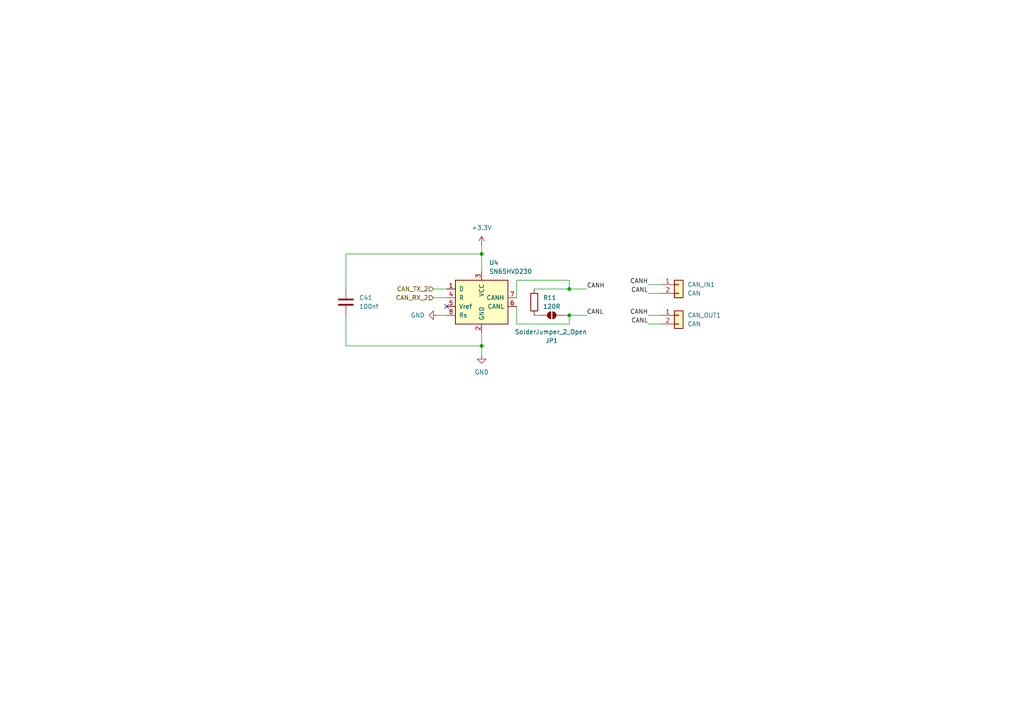
<source format=kicad_sch>
(kicad_sch (version 20250114) (generator "eeschema") (generator_version "9.0")
  (paper "A4")
  (lib_symbols
    (symbol "Connector_Generic:Conn_01x02" (pin_names (offset 1.016) (hide yes))
      (property "Reference" "J" (at 0 2.54 0))
      (property "Value" "Conn_01x02" (at 0 -5.08 0))
      (symbol "Conn_01x02_1_1"
        (rectangle (start -1.27 1.27) (end 1.27 -3.81) (stroke (width 0.254)) (fill (type background)))
        (rectangle (start -1.27 0.127) (end 0 -0.127) (stroke (width 0.1524)))
        (rectangle (start -1.27 -2.413) (end 0 -2.667) (stroke (width 0.1524)))
        (pin passive line (at -5.08 0 0) (length 3.81) (name "Pin_1") (number "1"))
        (pin passive line (at -5.08 -2.54 0) (length 3.81) (name "Pin_2") (number "2"))
      )
    )
    (symbol "Device:C" (pin_numbers (hide yes)) (pin_names (offset 0.254))
      (property "Reference" "C" (at 0.635 2.54 0))
      (property "Value" "C" (at 0.635 -2.54 0))
      (symbol "C_0_1"
        (polyline (pts (xy -2.032 0.762) (xy 2.032 0.762)) (stroke (width 0.508)))
        (polyline (pts (xy -2.032 -0.762) (xy 2.032 -0.762)) (stroke (width 0.508)))
      )
      (symbol "C_1_1"
        (pin passive line (at 0 3.81 270) (length 2.794) (name "~") (number "1"))
        (pin passive line (at 0 -3.81 90) (length 2.794) (name "~") (number "2"))
      )
    )
    (symbol "Device:R" (pin_numbers (hide yes)) (pin_names (offset 0))
      (property "Reference" "R" (at 2.032 0 90))
      (property "Value" "R" (at 0 0 90))
      (symbol "R_0_1"
        (rectangle (start -1.016 -2.54) (end 1.016 2.54) (stroke (width 0.254)))
      )
      (symbol "R_1_1"
        (pin passive line (at 0 3.81 270) (length 1.27) (name "~") (number "1"))
        (pin passive line (at 0 -3.81 90) (length 1.27) (name "~") (number "2"))
      )
    )
    (symbol "Interface_CAN_LIN:SN65HVD230" (pin_names (offset 1.016))
      (property "Reference" "U" (at -2.54 10.16 0))
      (property "Value" "SN65HVD230" (at -2.54 7.62 0))
      (symbol "SN65HVD230_0_1"
        (rectangle (start -7.62 5.08) (end 7.62 -7.62) (stroke (width 0.254)) (fill (type background)))
      )
      (symbol "SN65HVD230_1_1"
        (pin input line (at -10.16 2.54 0) (length 2.54) (name "D") (number "1"))
        (pin output line (at -10.16 0 0) (length 2.54) (name "R") (number "4"))
        (pin output line (at -10.16 -2.54 0) (length 2.54) (name "Vref") (number "5"))
        (pin input line (at -10.16 -5.08 0) (length 2.54) (name "Rs") (number "8"))
        (pin power_in line (at 0 7.62 270) (length 2.54) (name "VCC") (number "3"))
        (pin power_in line (at 0 -10.16 90) (length 2.54) (name "GND") (number "2"))
        (pin bidirectional line (at 10.16 0 180) (length 2.54) (name "CANH") (number "7"))
        (pin bidirectional line (at 10.16 -2.54 180) (length 2.54) (name "CANL") (number "6"))
      )
    )
    (symbol "Jumper:SolderJumper_2_Open" (pin_numbers (hide yes)) (pin_names (offset 0) (hide yes)) (in_bom no)
      (property "Reference" "JP" (at 0 2.032 0))
      (property "Value" "SolderJumper_2_Open" (at 0 -2.54 0))
      (symbol "SolderJumper_2_Open_0_1"
        (polyline (pts (xy -0.254 1.016) (xy -0.254 -1.016)))
        (arc (start -0.254 -1.016) (mid -1.2656 0) (end -0.254 1.016))
        (arc (start -0.254 -1.016) (mid -1.2656 0) (end -0.254 1.016) (fill (type outline)))
        (arc (start 0.254 1.016) (mid 1.2656 0) (end 0.254 -1.016))
        (arc (start 0.254 1.016) (mid 1.2656 0) (end 0.254 -1.016) (fill (type outline)))
        (polyline (pts (xy 0.254 1.016) (xy 0.254 -1.016)))
      )
      (symbol "SolderJumper_2_Open_1_1"
        (pin passive line (at -3.81 0 0) (length 2.54) (name "A") (number "1"))
        (pin passive line (at 3.81 0 180) (length 2.54) (name "B") (number "2"))
      )
    )
    (symbol "power:+3.3V" (power) (pin_numbers (hide yes)) (pin_names (offset 0) (hide yes))
      (property "Value" "+3.3V" (at 0 3.556 0))
      (symbol "+3.3V_0_1"
        (polyline (pts (xy -0.762 1.27) (xy 0 2.54)))
        (polyline (pts (xy 0 2.54) (xy 0.762 1.27)))
        (polyline (pts (xy 0 0) (xy 0 2.54)))
      )
      (symbol "+3.3V_1_1"
        (pin power_in line (at 0 0 90) (length 0) (name "~") (number "1"))
      )
    )
    (symbol "power:GND" (power) (pin_numbers (hide yes)) (pin_names (offset 0) (hide yes))
      (property "Value" "GND" (at 0 -3.81 0))
      (symbol "GND_0_1"
        (polyline (pts (xy 0 0) (xy 0 -1.27) (xy 1.27 -1.27) (xy 0 -2.54) (xy -1.27 -1.27) (xy 0 -1.27)))
      )
      (symbol "GND_1_1"
        (pin power_in line (at 0 0 270) (length 0) (name "~") (number "1"))
      )
    )
  )
  (junction (at 139.7 73.66))
  (junction (at 139.7 100.33))
  (junction (at 165.1 91.44))
  (junction (at 165.1 83.82))
  (no_connect (at 129.54 88.9))
  (wire (pts (xy 149.86 93.98) (xy 149.86 88.9)))
  (wire (pts (xy 139.7 102.87) (xy 139.7 100.33)))
  (wire (pts (xy 163.83 91.44) (xy 165.1 91.44)))
  (wire (pts (xy 139.7 71.12) (xy 139.7 73.66)))
  (wire (pts (xy 165.1 81.28) (xy 149.86 81.28)))
  (wire (pts (xy 127 91.44) (xy 129.54 91.44)))
  (wire (pts (xy 154.94 83.82) (xy 165.1 83.82)))
  (wire (pts (xy 139.7 73.66) (xy 100.33 73.66)))
  (wire (pts (xy 100.33 91.44) (xy 100.33 100.33)))
  (wire (pts (xy 165.1 93.98) (xy 149.86 93.98)))
  (wire (pts (xy 100.33 100.33) (xy 139.7 100.33)))
  (wire (pts (xy 149.86 81.28) (xy 149.86 86.36)))
  (wire (pts (xy 165.1 83.82) (xy 165.1 81.28)))
  (wire (pts (xy 125.73 86.36) (xy 129.54 86.36)))
  (wire (pts (xy 139.7 73.66) (xy 139.7 78.74)))
  (wire (pts (xy 100.33 73.66) (xy 100.33 83.82)))
  (wire (pts (xy 154.94 91.44) (xy 156.21 91.44)))
  (wire (pts (xy 187.96 93.98) (xy 191.77 93.98)))
  (wire (pts (xy 125.73 83.82) (xy 129.54 83.82)))
  (wire (pts (xy 139.7 100.33) (xy 139.7 96.52)))
  (wire (pts (xy 187.96 82.55) (xy 191.77 82.55)))
  (wire (pts (xy 165.1 91.44) (xy 165.1 93.98)))
  (wire (pts (xy 187.96 91.44) (xy 191.77 91.44)))
  (wire (pts (xy 187.96 85.09) (xy 191.77 85.09)))
  (wire (pts (xy 165.1 83.82) (xy 170.18 83.82)))
  (wire (pts (xy 165.1 91.44) (xy 170.18 91.44)))
  (label "CANH" (at 187.96 91.44 180))
  (label "CANH" (at 170.18 83.82 0))
  (label "CANH" (at 187.96 82.55 180))
  (label "CANL" (at 187.96 85.09 180))
  (label "CANL" (at 170.18 91.44 0))
  (label "CANL" (at 187.96 93.98 180))
  (hierarchical_label "CAN_RX_2" (shape input) (at 125.73 86.36 180))
  (hierarchical_label "CAN_TX_2" (shape input) (at 125.73 83.82 180))
  (hierarchical_label "CAN_TX_2" (shape input) (at 125.73 83.82 180))
  (hierarchical_label "CAN_RX_2" (shape input) (at 125.73 86.36 180))
  (symbol (lib_id "Device:R") (at 154.94 87.63 0) (unit 1)
    (property "Reference" "R11" (at 157.48 86.3599 0) (effects (justify left)))
    (property "Value" "120R" (at 157.48 88.8999 0) (effects (justify left)))
    (property "Footprint" "Resistor_SMD:R_0805_2012Metric_Pad1.20x1.40mm_HandSolder" (effects (hide yes)))
    (property "Description" "Resistor" (effects (hide yes)))
    (property "LCSC Part" "C269726" (effects (hide yes)))
  )
  (symbol (lib_id "Jumper:SolderJumper_2_Open") (at 160.02 91.44 0) (unit 1) (in_bom no)
    (property "Reference" "JP1" (at 160.02 98.806 0))
    (property "Value" "SolderJumper_2_Open" (at 159.766 96.266 0))
    (property "Footprint" "Jumper:SolderJumper-2_P1.3mm_Open_TrianglePad1.0x1.5mm" (effects (hide yes)))
    (property "Description" "Solder Jumper, 2-pole, open" (effects (hide yes)))
  )
  (symbol (lib_id "Connector_Generic:Conn_01x02") (at 196.85 82.55 0) (unit 1)
    (property "Reference" "CAN_IN1" (at 199.39 82.5499 0) (effects (justify left)))
    (property "Value" "CAN" (at 199.39 85.0899 0) (effects (justify left)))
    (property "Footprint" "myFootprints:MOLEX_26013114" (effects (hide yes)))
    (property "Description" "Generic connector, single row, 01x02, script generated (kicad-library-utils/schlib/autogen/connector/)" (effects (hide yes)))
    (property "LCSC Part" "C17644051" (effects (hide yes)))
  )
  (symbol (lib_id "Device:C") (at 100.33 87.63 0) (unit 1)
    (property "Reference" "C41" (at 104.14 86.3599 0) (effects (justify left)))
    (property "Value" "100nf" (at 104.14 88.8999 0) (effects (justify left)))
    (property "Footprint" "Capacitor_SMD:C_0805_2012Metric_Pad1.18x1.45mm_HandSolder" (effects (hide yes)))
    (property "Description" "Unpolarized capacitor" (effects (hide yes)))
    (property "LCSC Part" "C49678" (effects (hide yes)))
  )
  (symbol (lib_id "Connector_Generic:Conn_01x02") (at 196.85 91.44 0) (unit 1)
    (property "Reference" "CAN_OUT1" (at 199.39 91.4399 0) (effects (justify left)))
    (property "Value" "CAN" (at 199.39 93.9799 0) (effects (justify left)))
    (property "Footprint" "myFootprints:MOLEX_26013114" (effects (hide yes)))
    (property "Description" "Generic connector, single row, 01x02, script generated (kicad-library-utils/schlib/autogen/connector/)" (effects (hide yes)))
    (property "LCSC Part" "C17644051" (effects (hide yes)))
  )
  (symbol (lib_id "power:GND") (at 139.7 102.87 0) (unit 1)
    (property "Reference" "#PWR071" (effects (hide yes)))
    (property "Value" "GND" (at 139.7 107.95 0))
    (property "Description" "Power symbol creates a global label with name \"GND\" , ground" (effects (hide yes)))
  )
  (symbol (lib_id "power:GND") (at 127 91.44 270) (unit 1)
    (property "Reference" "#PWR069" (effects (hide yes)))
    (property "Value" "GND" (at 123.19 91.4399 90) (effects (justify right)))
    (property "Description" "Power symbol creates a global label with name \"GND\" , ground" (effects (hide yes)))
  )
  (symbol (lib_id "Interface_CAN_LIN:SN65HVD230") (at 139.7 86.36 0) (unit 1)
    (property "Reference" "U4" (at 141.8433 76.2 0) (effects (justify left)))
    (property "Value" "SN65HVD230" (at 141.8433 78.74 0) (effects (justify left)))
    (property "Footprint" "Package_SO:SOIC-8_3.9x4.9mm_P1.27mm" (effects (hide yes)))
    (property "Datasheet" "http://www.ti.com/lit/ds/symlink/sn65hvd230.pdf" (effects (hide yes)))
    (property "Description" "CAN Bus Transceivers, 3.3V, 1Mbps, Low-Power capabilities, SOIC-8" (effects (hide yes)))
    (property "LCSC Part" "C1543812" (effects (hide yes)))
  )
  (symbol (lib_id "power:+3.3V") (at 139.7 71.12 0) (unit 1)
    (property "Reference" "#PWR070" (effects (hide yes)))
    (property "Value" "+3.3V" (at 139.7 66.04 0))
    (property "Description" "Power symbol creates a global label with name \"+3.3V\"" (effects (hide yes)))
  )
)
</source>
